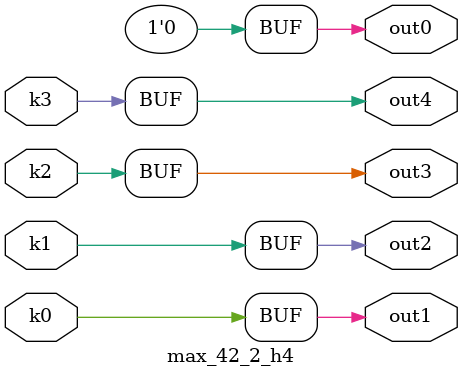
<source format=v>
module max_42_2(pi00, pi01, pi02, pi03, pi04, pi05, pi06, pi07, pi08, pi09, po0, po1, po2, po3, po4);
input pi00, pi01, pi02, pi03, pi04, pi05, pi06, pi07, pi08, pi09;
output po0, po1, po2, po3, po4;
wire k0, k1, k2, k3;
max_42_2_w4 DUT1 (pi00, pi01, pi02, pi03, pi04, pi05, pi06, pi07, pi08, pi09, k0, k1, k2, k3);
max_42_2_h4 DUT2 (k0, k1, k2, k3, po0, po1, po2, po3, po4);
endmodule

module max_42_2_w4(in9, in8, in7, in6, in5, in4, in3, in2, in1, in0, k3, k2, k1, k0);
input in9, in8, in7, in6, in5, in4, in3, in2, in1, in0;
output k3, k2, k1, k0;
assign k0 =   in7 ? in4 : in3;
assign k1 =   in7 ? in6 : in5;
assign k2 =   in2 & (in0 | in1);
assign k3 =   ((in6 & ~in5) | (in4 & ~in3) | (~in9 & ~in8)) & (in4 | (~in3 & (in6 | ~in5))) & (in6 | ~in3 | ~in5) & (in2 | in1 | in0);
endmodule

module max_42_2_h4(k3, k2, k1, k0, out4, out3, out2, out1, out0);
input k3, k2, k1, k0;
output out4, out3, out2, out1, out0;
assign out0 = 0;
assign out1 = k0;
assign out2 = k1;
assign out3 = k2;
assign out4 = k3;
endmodule

</source>
